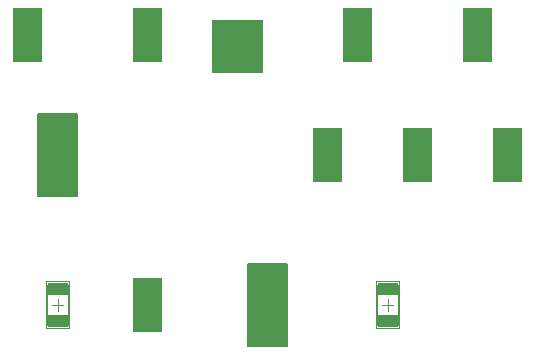
<source format=gtp>
G04*
G04 #@! TF.GenerationSoftware,Altium Limited,Altium Designer,22.0.2 (36)*
G04*
G04 Layer_Color=8421504*
%FSLAX44Y44*%
%MOMM*%
G71*
G04*
G04 #@! TF.SameCoordinates,7D36B465-A226-4CCE-8017-CD82C348BD42*
G04*
G04*
G04 #@! TF.FilePolarity,Positive*
G04*
G01*
G75*
%ADD10C,0.1524*%
%ADD13C,0.0000*%
%ADD14C,0.0254*%
%ADD15C,0.1000*%
%ADD16R,1.7500X0.7620*%
%ADD17R,0.5588X1.2700*%
%ADD18R,2.0320X1.8796*%
%ADD19R,1.7000X1.1000*%
G36*
X1587360Y586994D02*
X1562240D01*
Y632206D01*
X1587360D01*
Y586994D01*
D02*
G37*
G36*
X1485760D02*
X1460640D01*
Y632206D01*
X1485760D01*
Y586994D01*
D02*
G37*
G36*
X1307960D02*
X1282840D01*
Y632206D01*
X1307960D01*
Y586994D01*
D02*
G37*
G36*
X1206360D02*
X1181240D01*
Y632206D01*
X1206360D01*
Y586994D01*
D02*
G37*
G36*
X1392936Y577596D02*
X1350264D01*
Y622300D01*
X1392936D01*
Y577596D01*
D02*
G37*
G36*
X1612760Y485394D02*
X1587640D01*
Y530606D01*
X1612760D01*
Y485394D01*
D02*
G37*
G36*
X1536560D02*
X1511440D01*
Y530606D01*
X1536560D01*
Y485394D01*
D02*
G37*
G36*
X1460360D02*
X1435240D01*
Y530606D01*
X1460360D01*
Y485394D01*
D02*
G37*
G36*
X1235837Y473456D02*
X1202563D01*
Y542544D01*
X1235837D01*
Y473456D01*
D02*
G37*
G36*
X1307960Y358394D02*
X1282840D01*
Y403606D01*
X1307960D01*
Y358394D01*
D02*
G37*
G36*
X1413637Y346456D02*
X1380363D01*
Y415544D01*
X1413637D01*
Y346456D01*
D02*
G37*
D10*
X1205090Y588264D02*
Y630936D01*
X1182510D02*
X1205090D01*
X1182510Y588264D02*
Y630936D01*
Y588264D02*
X1205090D01*
X1357116Y581406D02*
X1386084D01*
X1357116D02*
Y590423D01*
X1386084Y581406D02*
Y590423D01*
X1354074D02*
X1357116D01*
X1386084D02*
X1389126D01*
Y609473D01*
X1376934D02*
X1389126D01*
X1376934D02*
Y618490D01*
X1366266D02*
X1376934D01*
X1366266Y609473D02*
Y618490D01*
X1354074Y609473D02*
X1366266D01*
X1354074Y590423D02*
Y609473D01*
X1202563Y473456D02*
X1235837D01*
X1202563D02*
Y542544D01*
X1235837D01*
Y473456D02*
Y542544D01*
X1306690Y588264D02*
Y630936D01*
X1284110D02*
X1306690D01*
X1284110Y588264D02*
Y630936D01*
Y588264D02*
X1306690D01*
X1586090D02*
Y630936D01*
X1563510D02*
X1586090D01*
X1563510Y588264D02*
Y630936D01*
Y588264D02*
X1586090D01*
X1484490D02*
Y630936D01*
X1461910D02*
X1484490D01*
X1461910Y588264D02*
Y630936D01*
Y588264D02*
X1484490D01*
X1611490Y486664D02*
Y529336D01*
X1588910D02*
X1611490D01*
X1588910Y486664D02*
Y529336D01*
Y486664D02*
X1611490D01*
X1535290D02*
Y529336D01*
X1512710D02*
X1535290D01*
X1512710Y486664D02*
Y529336D01*
Y486664D02*
X1535290D01*
X1459090D02*
Y529336D01*
X1436510D02*
X1459090D01*
X1436510Y486664D02*
Y529336D01*
Y486664D02*
X1459090D01*
X1380363Y346456D02*
X1413637D01*
X1380363D02*
Y415544D01*
X1413637D01*
Y346456D02*
Y415544D01*
X1306690Y359664D02*
Y402336D01*
X1284110D02*
X1306690D01*
X1284110Y359664D02*
Y402336D01*
Y359664D02*
X1306690D01*
D13*
X1360424Y595503D02*
G03*
X1360424Y595503I-1270J0D01*
G01*
X1219962Y485394D02*
G03*
X1219962Y485394I-762J0D01*
G01*
X1397762Y358394D02*
G03*
X1397762Y358394I-762J0D01*
G01*
D14*
X1185050Y592836D02*
X1202550D01*
X1185050D02*
Y626364D01*
X1202550D01*
Y592836D02*
Y626364D01*
X1185050Y620776D02*
Y626364D01*
X1202550D01*
Y620776D02*
Y626364D01*
X1185050Y620776D02*
X1202550D01*
Y592836D02*
Y598424D01*
X1185050Y592836D02*
X1202550D01*
X1185050D02*
Y598424D01*
X1202550D01*
X1356614Y592963D02*
Y606933D01*
X1386586D01*
Y592963D02*
Y606933D01*
X1356614Y592963D02*
X1386586D01*
X1369060Y606933D02*
Y612394D01*
X1374140D01*
Y606933D02*
Y612394D01*
X1369060Y606933D02*
X1374140D01*
X1383290Y587502D02*
Y592963D01*
X1378210Y587502D02*
X1383290D01*
X1378210D02*
Y592963D01*
X1383290D01*
X1364990Y587502D02*
Y592963D01*
X1359910Y587502D02*
X1364990D01*
X1359910D02*
Y592963D01*
X1364990D01*
X1209294Y485394D02*
X1229106D01*
X1209294Y479552D02*
Y485394D01*
Y479552D02*
X1229106D01*
Y485394D01*
X1209294Y530606D02*
X1229106D01*
Y536448D01*
X1209294D02*
X1229106D01*
X1209294Y530606D02*
Y536448D01*
X1205103Y492443D02*
X1212151Y485394D01*
X1226248D02*
X1233297Y492443D01*
Y485394D02*
Y530606D01*
X1205103D02*
X1233297D01*
X1205103Y485394D02*
Y530606D01*
Y485394D02*
X1233297D01*
X1286650Y592836D02*
X1304150D01*
X1286650D02*
Y626364D01*
X1304150D01*
Y592836D02*
Y626364D01*
X1286650Y620776D02*
Y626364D01*
X1304150D01*
Y620776D02*
Y626364D01*
X1286650Y620776D02*
X1304150D01*
Y592836D02*
Y598424D01*
X1286650Y592836D02*
X1304150D01*
X1286650D02*
Y598424D01*
X1304150D01*
X1566050Y592836D02*
X1583550D01*
X1566050D02*
Y626364D01*
X1583550D01*
Y592836D02*
Y626364D01*
X1566050Y620776D02*
Y626364D01*
X1583550D01*
Y620776D02*
Y626364D01*
X1566050Y620776D02*
X1583550D01*
Y592836D02*
Y598424D01*
X1566050Y592836D02*
X1583550D01*
X1566050D02*
Y598424D01*
X1583550D01*
X1464450Y592836D02*
X1481950D01*
X1464450D02*
Y626364D01*
X1481950D01*
Y592836D02*
Y626364D01*
X1464450Y620776D02*
Y626364D01*
X1481950D01*
Y620776D02*
Y626364D01*
X1464450Y620776D02*
X1481950D01*
Y592836D02*
Y598424D01*
X1464450Y592836D02*
X1481950D01*
X1464450D02*
Y598424D01*
X1481950D01*
X1591450Y491236D02*
X1608950D01*
X1591450D02*
Y524764D01*
X1608950D01*
Y491236D02*
Y524764D01*
X1591450Y519176D02*
Y524764D01*
X1608950D01*
Y519176D02*
Y524764D01*
X1591450Y519176D02*
X1608950D01*
Y491236D02*
Y496824D01*
X1591450Y491236D02*
X1608950D01*
X1591450D02*
Y496824D01*
X1608950D01*
X1515250Y491236D02*
X1532750D01*
X1515250D02*
Y524764D01*
X1532750D01*
Y491236D02*
Y524764D01*
X1515250Y519176D02*
Y524764D01*
X1532750D01*
Y519176D02*
Y524764D01*
X1515250Y519176D02*
X1532750D01*
Y491236D02*
Y496824D01*
X1515250Y491236D02*
X1532750D01*
X1515250D02*
Y496824D01*
X1532750D01*
X1439050Y491236D02*
X1456550D01*
X1439050D02*
Y524764D01*
X1456550D01*
Y491236D02*
Y524764D01*
X1439050Y519176D02*
Y524764D01*
X1456550D01*
Y519176D02*
Y524764D01*
X1439050Y519176D02*
X1456550D01*
Y491236D02*
Y496824D01*
X1439050Y491236D02*
X1456550D01*
X1439050D02*
Y496824D01*
X1456550D01*
X1387094Y358394D02*
X1406906D01*
X1387094Y352552D02*
Y358394D01*
Y352552D02*
X1406906D01*
Y358394D01*
X1387094Y403606D02*
X1406906D01*
Y409448D01*
X1387094D02*
X1406906D01*
X1387094Y403606D02*
Y409448D01*
X1382903Y365443D02*
X1389951Y358394D01*
X1404048D02*
X1411097Y365443D01*
Y358394D02*
Y403606D01*
X1382903D02*
X1411097D01*
X1382903Y358394D02*
Y403606D01*
Y358394D02*
X1411097D01*
X1286650Y364236D02*
X1304150D01*
X1286650D02*
Y397764D01*
X1304150D01*
Y364236D02*
Y397764D01*
X1286650Y392176D02*
Y397764D01*
X1304150D01*
Y392176D02*
Y397764D01*
X1286650Y392176D02*
X1304150D01*
Y364236D02*
Y369824D01*
X1286650Y364236D02*
X1304150D01*
X1286650D02*
Y369824D01*
X1304150D01*
D15*
X1228200Y364000D02*
Y398000D01*
X1210200Y364000D02*
Y398000D01*
X1228200D01*
X1210200Y364000D02*
X1228200D01*
X1507600D02*
Y398000D01*
X1489600Y364000D02*
Y398000D01*
X1507600D01*
X1489600Y364000D02*
X1507600D01*
X1214200Y381000D02*
X1224200D01*
X1219200Y376000D02*
Y386000D01*
X1228700Y361000D02*
Y401000D01*
X1209700Y361000D02*
Y401000D01*
X1228700D01*
X1209700Y361000D02*
X1228700D01*
X1493600Y381000D02*
X1503600D01*
X1498600Y376000D02*
Y386000D01*
X1508100Y361000D02*
Y401000D01*
X1489100Y361000D02*
Y401000D01*
X1508100D01*
X1489100Y361000D02*
X1508100D01*
D16*
X1193800Y624586D02*
D03*
Y594614D02*
D03*
X1295400Y624586D02*
D03*
Y594614D02*
D03*
X1574800Y624586D02*
D03*
Y594614D02*
D03*
X1473200Y624586D02*
D03*
Y594614D02*
D03*
X1600200Y522986D02*
D03*
Y493014D02*
D03*
X1524000Y522986D02*
D03*
Y493014D02*
D03*
X1447800Y522986D02*
D03*
Y493014D02*
D03*
X1295400Y395986D02*
D03*
Y366014D02*
D03*
D17*
X1371600Y609600D02*
D03*
X1380750Y590296D02*
D03*
X1362450D02*
D03*
D18*
X1219200Y485394D02*
D03*
Y530606D02*
D03*
X1397000Y358394D02*
D03*
Y403606D02*
D03*
D19*
X1219200Y394500D02*
D03*
Y367500D02*
D03*
X1498600Y394500D02*
D03*
Y367500D02*
D03*
M02*

</source>
